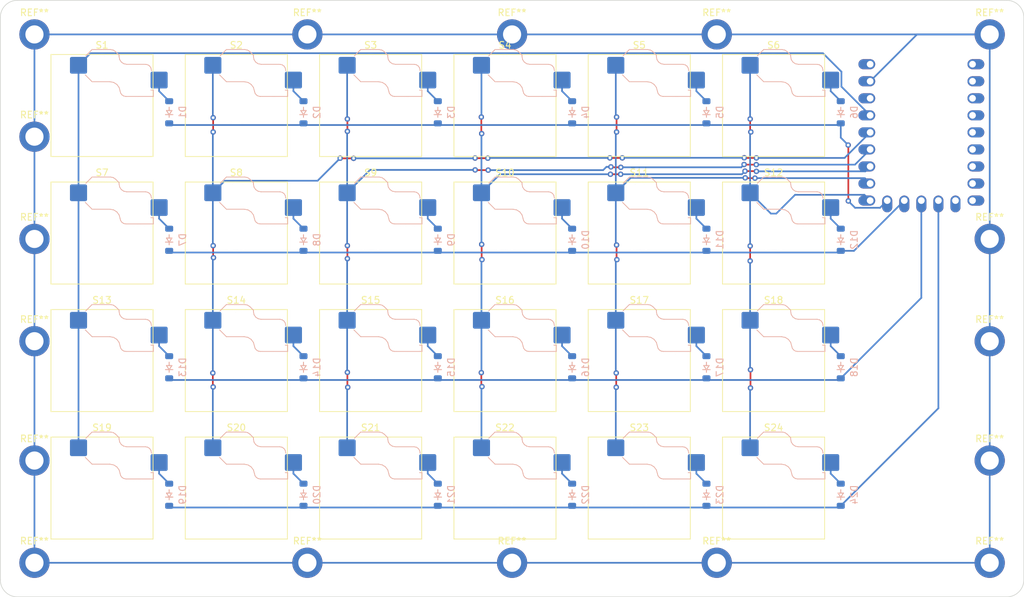
<source format=kicad_pcb>
(kicad_pcb (version 20221018) (generator pcbnew)
  (layers (0 "F.Cu" signal) (31 "B.Cu" signal) (34 "B.Paste" user) (35 "F.Paste" user) (36 "B.SilkS" user "B.Silkscreen") (37 "F.SilkS" user "F.Silkscreen") (38 "B.Mask" user) (39 "F.Mask" user) (44 "Edge.Cuts" user))
  (net 0 "")
  (net 1 "Row 0")
  (net 2 "Net-(D1-A)")
  (net 3 "Net-(D2-A)")
  (net 4 "Net-(D3-A)")
  (net 5 "Net-(D4-A)")
  (net 6 "Net-(D5-A)")
  (net 7 "Net-(D6-A)")
  (net 8 "Row 1")
  (net 9 "Net-(D7-A)")
  (net 10 "Net-(D8-A)")
  (net 11 "Net-(D9-A)")
  (net 12 "Net-(D10-A)")
  (net 13 "Net-(D11-A)")
  (net 14 "Net-(D12-A)")
  (net 15 "Row 2")
  (net 16 "Net-(D13-A)")
  (net 17 "Net-(D14-A)")
  (net 18 "Net-(D15-A)")
  (net 19 "Net-(D16-A)")
  (net 20 "Net-(D17-A)")
  (net 21 "Net-(D18-A)")
  (net 22 "Row 3")
  (net 23 "Net-(D19-A)")
  (net 24 "Net-(D20-A)")
  (net 25 "Net-(D21-A)")
  (net 26 "Net-(D22-A)")
  (net 27 "Net-(D23-A)")
  (net 28 "Net-(D24-A)")
  (net 29 "Column 0")
  (net 30 "Column 1")
  (net 31 "Column 2")
  (net 32 "Column 3")
  (net 33 "Column 4")
  (net 34 "Column 5")
  (net 46 "unconnected-(U2-GND-Pad22)")
  (footprint "MountingHole:MountingHole_2.7mm_M2.5_ISO7380_Pad" (layer "F.Cu") (at 129.54 104.14)
    (fp_text reference "REF**")
    (fp_text value "M2.5" hide)
  )
  (footprint "MountingHole:MountingHole_2.7mm_M2.5_ISO7380_Pad" (layer "F.Cu") (at 68.58 25.4)
    (fp_text reference "REF**")
    (fp_text value "M2.5" hide)
  )
  (footprint "MountingHole:MountingHole_2.7mm_M2.5_ISO7380_Pad" (layer "F.Cu") (at 170.18 104.14)
    (fp_text reference "REF**")
    (fp_text value "M2.5" hide)
  )
  (footprint "Switch_Keyboard_Hotswap_Kailh:SW_Hotswap_Kailh_Choc_V1V2" (layer "F.Cu") (at 138 93)
    (fp_text reference "S24")
    (fp_text value "Keyswitch")
  )
  (footprint "Switch_Keyboard_Hotswap_Kailh:SW_Hotswap_Kailh_Choc_V1V2" (layer "F.Cu") (at 78 36)
    (fp_text reference "S3")
    (fp_text value "Keyswitch")
  )
  (footprint "ScottoKeebs_MCU:RP2040_Zero" (layer "F.Cu") (at 160 40)
    (fp_text reference "U2" hide)
    (fp_text value "RP2040_Zero" hide)
  )
  (footprint "MountingHole:MountingHole_2.7mm_M2.5_ISO7380_Pad" (layer "F.Cu") (at 27.94 25.4)
    (fp_text reference "REF**")
    (fp_text value "M2.5" hide)
  )
  (footprint "Switch_Keyboard_Hotswap_Kailh:SW_Hotswap_Kailh_Choc_V1V2" (layer "F.Cu") (at 98 55)
    (fp_text reference "S10")
    (fp_text value "Keyswitch")
  )
  (footprint "Switch_Keyboard_Hotswap_Kailh:SW_Hotswap_Kailh_Choc_V1V2" (layer "F.Cu") (at 38 74)
    (fp_text reference "S13")
    (fp_text value "Keyswitch")
  )
  (footprint "MountingHole:MountingHole_2.7mm_M2.5_ISO7380_Pad" (layer "F.Cu") (at 27.94 71.12)
    (fp_text reference "REF**")
    (fp_text value "M2.5" hide)
  )
  (footprint "Switch_Keyboard_Hotswap_Kailh:SW_Hotswap_Kailh_Choc_V1V2" (layer "F.Cu") (at 58 93)
    (fp_text reference "S20")
    (fp_text value "Keyswitch")
  )
  (footprint "Switch_Keyboard_Hotswap_Kailh:SW_Hotswap_Kailh_Choc_V1V2" (layer "F.Cu") (at 118 36)
    (fp_text reference "S5")
    (fp_text value "Keyswitch")
  )
  (footprint "Switch_Keyboard_Hotswap_Kailh:SW_Hotswap_Kailh_Choc_V1V2" (layer "F.Cu") (at 78 74)
    (fp_text reference "S15")
    (fp_text value "Keyswitch")
  )
  (footprint "Switch_Keyboard_Hotswap_Kailh:SW_Hotswap_Kailh_Choc_V1V2" (layer "F.Cu") (at 38 93)
    (fp_text reference "S19")
    (fp_text value "Keyswitch")
  )
  (footprint "MountingHole:MountingHole_2.7mm_M2.5_ISO7380_Pad" (layer "F.Cu") (at 27.94 55.88)
    (fp_text reference "REF**")
    (fp_text value "M2.5" hide)
  )
  (footprint "MountingHole:MountingHole_2.7mm_M2.5_ISO7380_Pad" (layer "F.Cu") (at 27.94 88.9)
    (fp_text reference "REF**")
    (fp_text value "M2.5" hide)
  )
  (footprint "Switch_Keyboard_Hotswap_Kailh:SW_Hotswap_Kailh_Choc_V1V2" (layer "F.Cu") (at 58 74)
    (fp_text reference "S14")
    (fp_text value "Keyswitch")
  )
  (footprint "Switch_Keyboard_Hotswap_Kailh:SW_Hotswap_Kailh_Choc_V1V2" (layer "F.Cu") (at 118 93)
    (fp_text reference "S23")
    (fp_text value "Keyswitch")
  )
  (footprint "MountingHole:MountingHole_2.7mm_M2.5_ISO7380_Pad" (layer "F.Cu") (at 27.94 104.14)
    (fp_text reference "REF**")
    (fp_text value "M2.5" hide)
  )
  (footprint "MountingHole:MountingHole_2.7mm_M2.5_ISO7380_Pad" (layer "F.Cu") (at 170.18 55.88)
    (fp_text reference "REF**")
    (fp_text value "M2.5" hide)
  )
  (footprint "Switch_Keyboard_Hotswap_Kailh:SW_Hotswap_Kailh_Choc_V1V2" (layer "F.Cu") (at 138 36)
    (fp_text reference "S6")
    (fp_text value "Keyswitch")
  )
  (footprint "MountingHole:MountingHole_2.7mm_M2.5_ISO7380_Pad" (layer "F.Cu") (at 170.18 71.12)
    (fp_text reference "REF**")
    (fp_text value "M2.5" hide)
  )
  (footprint "MountingHole:MountingHole_2.7mm_M2.5_ISO7380_Pad" (layer "F.Cu") (at 129.54 25.4)
    (fp_text reference "REF**")
    (fp_text value "M2.5" hide)
  )
  (footprint "Switch_Keyboard_Hotswap_Kailh:SW_Hotswap_Kailh_Choc_V1V2" (layer "F.Cu") (at 78 93)
    (fp_text reference "S21")
    (fp_text value "Keyswitch")
  )
  (footprint "MountingHole:MountingHole_2.7mm_M2.5_ISO7380_Pad" (layer "F.Cu") (at 99.06 25.4)
    (fp_text reference "REF**")
    (fp_text value "M2.5" hide)
  )
  (footprint "Switch_Keyboard_Hotswap_Kailh:SW_Hotswap_Kailh_Choc_V1V2" (layer "F.Cu") (at 38 55)
    (fp_text reference "S7")
    (fp_text value "Keyswitch")
  )
  (footprint "Switch_Keyboard_Hotswap_Kailh:SW_Hotswap_Kailh_Choc_V1V2" (layer "F.Cu") (at 118 74)
    (fp_text reference "S17")
    (fp_text value "Keyswitch")
  )
  (footprint "Switch_Keyboard_Hotswap_Kailh:SW_Hotswap_Kailh_Choc_V1V2" (layer "F.Cu") (at 98 36)
    (fp_text reference "S4")
    (fp_text value "Keyswitch")
  )
  (footprint "Switch_Keyboard_Hotswap_Kailh:SW_Hotswap_Kailh_Choc_V1V2" (layer "F.Cu") (at 98 74)
    (fp_text reference "S16")
    (fp_text value "Keyswitch")
  )
  (footprint "MountingHole:MountingHole_2.7mm_M2.5_ISO7380_Pad" (layer "F.Cu") (at 170.18 25.4)
    (fp_text reference "REF**")
    (fp_text value "M2.5" hide)
  )
  (footprint "Switch_Keyboard_Hotswap_Kailh:SW_Hotswap_Kailh_Choc_V1V2" (layer "F.Cu") (at 118 55)
    (fp_text reference "S11")
    (fp_text value "Keyswitch")
  )
  (footprint "MountingHole:MountingHole_2.7mm_M2.5_ISO7380_Pad" (layer "F.Cu") (at 27.94 40.64)
    (fp_text reference "REF**")
    (fp_text value "M2.5" hide)
  )
  (footprint "Switch_Keyboard_Hotswap_Kailh:SW_Hotswap_Kailh_Choc_V1V2" (layer "F.Cu") (at 138 74)
    (fp_text reference "S18")
    (fp_text value "Keyswitch")
  )
  (footprint "Switch_Keyboard_Hotswap_Kailh:SW_Hotswap_Kailh_Choc_V1V2" (layer "F.Cu") (at 78 55)
    (fp_text reference "S9")
    (fp_text value "Keyswitch")
  )
  (footprint "Switch_Keyboard_Hotswap_Kailh:SW_Hotswap_Kailh_Choc_V1V2" (layer "F.Cu") (at 138 55)
    (fp_text reference "S12")
    (fp_text value "Keyswitch")
  )
  (footprint "MountingHole:MountingHole_2.7mm_M2.5_ISO7380_Pad" (layer "F.Cu") (at 170.18 88.9)
    (fp_text reference "REF**")
    (fp_text value "M2.5" hide)
  )
  (footprint "Switch_Keyboard_Hotswap_Kailh:SW_Hotswap_Kailh_Choc_V1V2" (layer "F.Cu") (at 58 55)
    (fp_text reference "S8")
    (fp_text value "Keyswitch")
  )
  (footprint "Switch_Keyboard_Hotswap_Kailh:SW_Hotswap_Kailh_Choc_V1V2" (layer "F.Cu") (at 38 36)
    (fp_text reference "S1")
    (fp_text value "Keyswitch")
  )
  (footprint "MountingHole:MountingHole_2.7mm_M2.5_ISO7380_Pad" (layer "F.Cu") (at 68.58 104.14)
    (fp_text reference "REF**")
    (fp_text value "M2.5" hide)
  )
  (footprint "Switch_Keyboard_Hotswap_Kailh:SW_Hotswap_Kailh_Choc_V1V2" (layer "F.Cu") (at 58 36)
    (fp_text reference "S2")
    (fp_text value "Keyswitch")
  )
  (footprint "Switch_Keyboard_Hotswap_Kailh:SW_Hotswap_Kailh_Choc_V1V2" (layer "F.Cu") (at 98 93)
    (fp_text reference "S22")
    (fp_text value "Keyswitch")
  )
  (footprint "MountingHole:MountingHole_2.7mm_M2.5_ISO7380_Pad" (layer "F.Cu") (at 99.06 104.14)
    (fp_text reference "REF**")
    (fp_text value "M2.5" hide)
  )
  (footprint "ScottoKeebs_Components:Diode_SOD-123" (layer "B.Cu") (at 108 75 90)
    (fp_text reference "D16")
    (fp_text value "Diode")
  )
  (footprint "ScottoKeebs_Components:Diode_SOD-123" (layer "B.Cu") (at 68 37 90)
    (fp_text reference "D2")
    (fp_text value "Diode")
  )
  (footprint "ScottoKeebs_Components:Diode_SOD-123" (layer "B.Cu") (at 48 75 90)
    (fp_text reference "D13")
    (fp_text value "Diode")
  )
  (footprint "ScottoKeebs_Components:Diode_SOD-123" (layer "B.Cu") (at 88 37 90)
    (fp_text reference "D3")
    (fp_text value "Diode")
  )
  (footprint "ScottoKeebs_Components:Diode_SOD-123" (layer "B.Cu") (at 148 75 90)
    (fp_text reference "D18")
    (fp_text value "Diode")
  )
  (footprint "ScottoKeebs_Components:Diode_SOD-123" (layer "B.Cu") (at 108 37 90)
    (fp_text reference "D4")
    (fp_text value "Diode")
  )
  (footprint "ScottoKeebs_Components:Diode_SOD-123" (layer "B.Cu") (at 68 56 90)
    (fp_text reference "D8")
    (fp_text value "Diode")
  )
  (footprint "ScottoKeebs_Components:Diode_SOD-123" (layer "B.Cu") (at 148 56 90)
    (fp_text reference "D12")
    (fp_text value "Diode")
  )
  (footprint "ScottoKeebs_Components:Diode_SOD-123" (layer "B.Cu") (at 68 75 90)
    (fp_text reference "D14")
    (fp_text value "Diode")
  )
  (footprint "ScottoKeebs_Components:Diode_SOD-123" (layer "B.Cu") (at 108 94 90)
    (fp_text reference "D22")
    (fp_text value "Diode")
  )
  (footprint "ScottoKeebs_Components:Diode_SOD-123" (layer "B.Cu") (at 128 56 90)
    (fp_text reference "D11")
    (fp_text value "Diode")
  )
  (footprint "ScottoKeebs_Components:Diode_SOD-123" (layer "B.Cu") (at 128 37 90)
    (fp_text reference "D5")
    (fp_text value "Diode")
  )
  (footprint "ScottoKeebs_Components:Diode_SOD-123" (layer "B.Cu") (at 148 37 90)
    (fp_text reference "D6")
    (fp_text value "Diode")
  )
  (footprint "ScottoKeebs_Components:Diode_SOD-123" (layer "B.Cu") (at 88 94 90)
    (fp_text reference "D21")
    (fp_text value "Diode")
  )
  (footprint "ScottoKeebs_Components:Diode_SOD-123" (layer "B.Cu") (at 128 94 90)
    (fp_text reference "D23")
    (fp_text value "Diode")
  )
  (footprint "ScottoKeebs_Components:Diode_SOD-123" (layer "B.Cu") (at 108 56 90)
    (fp_text reference "D10")
    (fp_text value "Diode")
  )
  (footprint "ScottoKeebs_Components:Diode_SOD-123" (layer "B.Cu") (at 88 56 90)
    (fp_text reference "D9")
    (fp_text value "Diode")
  )
  (footprint "ScottoKeebs_Components:Diode_SOD-123" (layer "B.Cu") (at 48 37 90)
    (fp_text reference "D1")
    (fp_text value "Diode")
  )
  (footprint "ScottoKeebs_Components:Diode_SOD-123" (layer "B.Cu") (at 48 56 90)
    (fp_text reference "D7")
    (fp_text value "Diode")
  )
  (footprint "ScottoKeebs_Components:Diode_SOD-123" (layer "B.Cu") (at 68 94 90)
    (fp_text reference "D20")
    (fp_text value "Diode")
  )
  (footprint "ScottoKeebs_Components:Diode_SOD-123" (layer "B.Cu") (at 88 75 90)
    (fp_text reference "D15")
    (fp_text value "Diode")
  )
  (footprint "ScottoKeebs_Components:Diode_SOD-123" (layer "B.Cu") (at 48 94 90)
    (fp_text reference "D19")
    (fp_text value "Diode")
  )
  (footprint "ScottoKeebs_Components:Diode_SOD-123" (layer "B.Cu") (at 148 94 90)
    (fp_text reference "D24")
    (fp_text value "Diode")
  )
  (footprint "ScottoKeebs_Components:Diode_SOD-123" (layer "B.Cu") (at 128 75 90)
    (fp_text reference "D17")
    (fp_text value "Diode")
  )
  (gr_line (start 25.4 20.32) (end 172.72 20.32) (stroke (width 0.1)) (layer "Edge.Cuts"))
  (gr_arc (start 25.4 109.22) (mid 23.603949 108.476051) (end 22.86 106.68) (stroke (width 0.1)) (layer "Edge.Cuts"))
  (gr_arc (start 172.72 20.32) (mid 174.516051 21.063949) (end 175.26 22.86) (stroke (width 0.1)) (layer "Edge.Cuts"))
  (gr_line (start 172.72 109.22) (end 25.4 109.22) (stroke (width 0.1)) (layer "Edge.Cuts"))
  (gr_arc (start 175.26 106.68) (mid 174.516051 108.476051) (end 172.72 109.22) (stroke (width 0.1)) (layer "Edge.Cuts"))
  (gr_line (start 175.26 22.86) (end 175.26 106.68) (stroke (width 0.1)) (layer "Edge.Cuts"))
  (gr_arc (start 22.86 22.86) (mid 23.603949 21.063949) (end 25.4 20.32) (stroke (width 0.1)) (layer "Edge.Cuts"))
  (gr_line (start 22.86 106.68) (end 22.86 22.86) (stroke (width 0.1)) (layer "Edge.Cuts"))
  (segment (start 149.128564 50.21469) (end 149.128564 41.910744) (width 0.25) (layer "F.Cu") (net 1))
  (segment (start 149.128564 41.910744) (end 149.107051 41.889231) (width 0.25) (layer "F.Cu") (net 1))
  (via (at 149.128564 50.21469) (size 0.8) (drill 0.4) (layers "F.Cu" "B.Cu") (net 1))
  (via (at 149.107051 41.889231) (size 0.8) (drill 0.4) (layers "F.Cu" "B.Cu") (net 1))
  (segment (start 153.845 51.235) (end 150.127361 51.235) (width 0.25) (layer "B.Cu") (net 1))
  (segment (start 128.25 38.9) (end 147.75 38.9) (width 0.25) (layer "B.Cu") (net 1))
  (segment (start 48 38.65) (end 48.25 38.9) (width 0.25) (layer "B.Cu") (net 1))
  (segment (start 107.75 38.9) (end 108 38.65) (width 0.25) (layer "B.Cu") (net 1))
  (segment (start 149.128564 50.236203) (end 149.128564 50.21469) (width 0.25) (layer "B.Cu") (net 1))
  (segment (start 67.75 38.9) (end 68 38.65) (width 0.25) (layer "B.Cu") (net 1))
  (segment (start 88.25 38.9) (end 107.75 38.9) (width 0.25) (layer "B.Cu") (net 1))
  (segment (start 154.92 50.16) (end 153.845 51.235) (width 0.25) (layer "B.Cu") (net 1))
  (segment (start 68 38.65) (end 68.25 38.9) (width 0.25) (layer "B.Cu") (net 1))
  (segment (start 147.75 38.9) (end 148 38.65) (width 0.25) (layer "B.Cu") (net 1))
  (segment (start 127.75 38.9) (end 128 38.65) (width 0.25) (layer "B.Cu") (net 1))
  (segment (start 108.25 38.9) (end 127.75 38.9) (width 0.25) (layer "B.Cu") (net 1))
  (segment (start 87.75 38.9) (end 88 38.65) (width 0.25) (layer "B.Cu") (net 1))
  (segment (start 149.107051 41.889231) (end 148 40.78218) (width 0.25) (layer "B.Cu") (net 1))
  (segment (start 48.25 38.9) (end 67.75 38.9) (width 0.25) (layer "B.Cu") (net 1))
  (segment (start 148 40.78218) (end 148 38.65) (width 0.25) (layer "B.Cu") (net 1))
  (segment (start 150.127361 51.235) (end 149.128564 50.236203) (width 0.25) (layer "B.Cu") (net 1))
  (segment (start 68.25 38.9) (end 87.75 38.9) (width 0.25) (layer "B.Cu") (net 1))
  (segment (start 128 38.65) (end 128.25 38.9) (width 0.25) (layer "B.Cu") (net 1))
  (segment (start 88 38.65) (end 88.25 38.9) (width 0.25) (layer "B.Cu") (net 1))
  (segment (start 108 38.65) (end 108.25 38.9) (width 0.25) (layer "B.Cu") (net 1))
  (segment (start 46.5 32.2) (end 46.5 33.85) (width 0.25) (layer "B.Cu") (net 2))
  (segment (start 46.5 33.85) (end 48 35.35) (width 0.25) (layer "B.Cu") (net 2))
  (segment (start 66.5 33.85) (end 68 35.35) (width 0.25) (layer "B.Cu") (net 3))
  (segment (start 66.5 32.2) (end 66.5 33.85) (width 0.25) (layer "B.Cu") (net 3))
  (segment (start 86.5 33.85) (end 88 35.35) (width 0.25) (layer "B.Cu") (net 4))
  (segment (start 86.5 32.2) (end 86.5 33.85) (width 0.25) (layer "B.Cu") (net 4))
  (segment (start 106.5 32.2) (end 106.5 33.85) (width 0.25) (layer "B.Cu") (net 5))
  (segment (start 106.5 33.85) (end 108 35.35) (width 0.25) (layer "B.Cu") (net 5))
  (segment (start 126.5 32.2) (end 126.5 33.85) (width 0.25) (layer "B.Cu") (net 6))
  (segment (start 126.5 33.85) (end 128 35.35) (width 0.25) (layer "B.Cu") (net 6))
  (segment (start 146.5 33.85) (end 148 35.35) (width 0.25) (layer "B.Cu") (net 7))
  (segment (start 146.5 32.2) (end 146.5 33.85) (width 0.25) (layer "B.Cu") (net 7))
  (segment (start 128.25 57.9) (end 147.75 57.9) (width 0.25) (layer "B.Cu") (net 8))
  (segment (start 157.46 50.16) (end 149.97 57.65) (width 0.25) (layer "B.Cu") (net 8))
  (segment (start 107.75 57.9) (end 108 57.65) (width 0.25) (layer "B.Cu") (net 8))
  (segment (start 48 57.65) (end 48.25 57.9) (width 0.25) (layer "B.Cu") (net 8))
  (segment (start 108.25 57.9) (end 127.75 57.9) (width 0.25) (layer "B.Cu") (net 8))
  (segment (start 68 57.65) (end 68.25 57.9) (width 0.25) (layer "B.Cu") (net 8))
  (segment (start 67.75 57.9) (end 68 57.65) (width 0.25) (layer "B.Cu") (net 8))
  (segment (start 127.75 57.9) (end 128 57.65) (width 0.25) (layer "B.Cu") (net 8))
  (segment (start 128 57.65) (end 128.25 57.9) (width 0.25) (layer "B.Cu") (net 8))
  (segment (start 88.25 57.9) (end 107.75 57.9) (width 0.25) (layer "B.Cu") (net 8))
  (segment (start 147.75 57.9) (end 148 57.65) (width 0.25) (layer "B.Cu") (net 8))
  (segment (start 87.75 57.9) (end 88 57.65) (width 0.25) (layer "B.Cu") (net 8))
  (segment (start 149.97 57.65) (end 148 57.65) (width 0.25) (layer "B.Cu") (net 8))
  (segment (start 108 57.65) (end 108.25 57.9) (width 0.25) (layer "B.Cu") (net 8))
  (segment (start 68.25 57.9) (end 87.75 57.9) (width 0.25) (layer "B.Cu") (net 8))
  (segment (start 48.25 57.9) (end 67.75 57.9) (width 0.25) (layer "B.Cu") (net 8))
  (segment (start 88 57.65) (end 88.25 57.9) (width 0.25) (layer "B.Cu") (net 8))
  (segment (start 46.5 52.85) (end 48 54.35) (width 0.25) (layer "B.Cu") (net 9))
  (segment (start 46.5 51.2) (end 46.5 52.85) (width 0.25) (layer "B.Cu") (net 9))
  (segment (start 66.5 51.2) (end 66.5 52.85) (width 0.25) (layer "B.Cu") (net 10))
  (segment (start 66.5 52.85) (end 68 54.35) (width 0.25) (layer "B.Cu") (net 10))
  (segment (start 86.5 51.2) (end 86.5 52.85) (width 0.25) (layer "B.Cu") (net 11))
  (segment (start 86.5 52.85) (end 88 54.35) (width 0.25) (layer "B.Cu") (net 11))
  (segment (start 106.5 51.2) (end 106.5 52.85) (width 0.25) (layer "B.Cu") (net 12))
  (segment (start 106.5 52.85) (end 108 54.35) (width 0.25) (layer "B.Cu") (net 12))
  (segment (start 126.5 52.85) (end 128 54.35) (width 0.25) (layer "B.Cu") (net 13))
  (segment (start 126.5 51.2) (end 126.5 52.85) (width 0.25) (layer "B.Cu") (net 13))
  (segment (start 146.5 52.85) (end 148 54.35) (width 0.25) (layer "B.Cu") (net 14))
  (segment (start 146.5 51.2) (end 146.5 52.85) (width 0.25) (layer "B.Cu") (net 14))
  (segment (start 88 76.65) (end 88.25 76.9) (width 0.25) (layer "B.Cu") (net 15))
  (segment (start 160 50.16) (end 160 64.65) (width 0.25) (layer "B.Cu") (net 15))
  (segment (start 68.25 76.9) (end 87.75 76.9) (width 0.25) (layer "B.Cu") (net 15))
  (segment (start 48 76.65) (end 48.25 76.9) (width 0.25) (layer "B.Cu") (net 15))
  (segment (start 108 76.65) (end 108.25 76.9) (width 0.25) (layer "B.Cu") (net 15))
  (segment (start 88.25 76.9) (end 107.75 76.9) (width 0.25) (layer "B.Cu") (net 15))
  (segment (start 107.75 76.9) (end 108 76.65) (width 0.25) (layer "B.Cu") (net 15))
  (segment (start 87.75 76.9) (end 88 76.65) (width 0.25) (layer "B.Cu") (net 15))
  (segment (start 67.75 76.9) (end 68 76.65) (width 0.25) (layer "B.Cu") (net 15))
  (segment (start 128.25 76.9) (end 147.75 76.9) (width 0.25) (layer "B.Cu") (net 15))
  (segment (start 147.75 76.9) (end 148 76.65) (width 0.25) (layer "B.Cu") (net 15))
  (segment (start 68 76.65) (end 68.25 76.9) (width 0.25) (layer "B.Cu") (net 15))
  (segment (start 128 76.65) (end 128.25 76.9) (width 0.25) (layer "B.Cu") (net 15))
  (segment (start 108.25 76.9) (end 127.75 76.9) (width 0.25) (layer "B.Cu") (net 15))
  (segment (start 160 64.65) (end 148 76.65) (width 0.25) (layer "B.Cu") (net 15))
  (segment (start 127.75 76.9) (end 128 76.65) (width 0.25) (layer "B.Cu") (net 15))
  (segment (start 48.25 76.9) (end 67.75 76.9) (width 0.25) (layer "B.Cu") (net 15))
  (segment (start 46.5 71.85) (end 48 73.35) (width 0.25) (layer "B.Cu") (net 16))
  (segment (start 46.5 70.2) (end 46.5 71.85) (width 0.25) (layer "B.Cu") (net 16))
  (segment (start 66.5 70.2) (end 66.5 71.85) (width 0.25) (layer "B.Cu") (net 17))
  (segment (start 66.5 71.85) (end 68 73.35) (width 0.25) (layer "B.Cu") (net 17))
  (segment (start 86.5 71.85) (end 88 73.35) (width 0.25) (layer "B.Cu") (net 18))
  (segment (start 86.5 70.2) (end 86.5 71.85) (width 0.25) (layer "B.Cu") (net 18))
  (segment (start 106.5 71.85) (end 108 73.35) (width 0.25) (layer "B.Cu") (net 19))
  (segment (start 106.5 70.2) (end 106.5 71.85) (width 0.25) (layer "B.Cu") (net 19))
  (segment (start 126.5 71.85) (end 128 73.35) (width 0.25) (layer "B.Cu") (net 20))
  (segment (start 126.5 70.2) (end 126.5 71.85) (width 0.25) (layer "B.Cu") (net 20))
  (segment (start 146.5 71.85) (end 148 73.35) (width 0.25) (layer "B.Cu") (net 21))
  (segment (start 146.5 70.2) (end 146.5 71.85) (width 0.25) (layer "B.Cu") (net 21))
  (segment (start 107.75 95.9) (end 108 95.65) (width 0.25) (layer "B.Cu") (net 22))
  (segment (start 68 95.65) (end 68.25 95.9) (width 0.25) (layer "B.Cu") (net 22))
  (segment (start 88 95.65) (end 88.25 95.9) (width 0.25) (layer "B.Cu") (net 22))
  (segment (start 88.25 95.9) (end 107.75 95.9) (width 0.25) (layer "B.Cu") (net 22))
  (segment (start 48.25 95.9) (end 67.75 95.9) (width 0.25) (layer "B.Cu") (net 22))
  (segment (start 147.75 95.9) (end 148 95.65) (width 0.25) (layer "B.Cu") (net 22))
  (segment (start 127.75 95.9) (end 128 95.65) (width 0.25) (layer "B.Cu") (net 22))
  (segment (start 48 95.65) (end 48.25 95.9) (width 0.25) (layer "B.Cu") (net 22))
  (segment (start 108.25 95.9) (end 127.75 95.9) (width 0.25) (layer "B.Cu") (net 22))
  (segment (start 162.54 50.16) (end 162.54 81.11) (width 0.25) (layer "B.Cu") (net 22))
  (segment (start 162.54 81.11) (end 148 95.65) (width 0.25) (layer "B.Cu") (net 22))
  (segment (start 67.75 95.9) (end 68 95.65) (width 0.25) (layer "B.Cu") (net 22))
  (segment (start 128.25 95.9) (end 147.75 95.9) (width 0.25) (layer "B.Cu") (net 22))
  (segment (start 108 95.65) (end 108.25 95.9) (width 0.25) (layer "B.Cu") (net 22))
  (segment (start 128 95.65) (end 128.25 95.9) (width 0.25) (layer "B.Cu") (net 22))
  (segment (start 87.75 95.9) (end 88 95.65) (width 0.25) (layer "B.Cu") (net 22))
  (segment (start 68.25 95.9) (end 87.75 95.9) (width 0.25) (layer "B.Cu") (net 22))
  (segment (start 46.5 89.2) (end 46.5 90.85) (width 0.25) (layer "B.Cu") (net 23))
  (segment (start 46.5 90.85) (end 48 92.35) (width 0.25) (layer "B.Cu") (net 23))
  (segment (start 66.5 90.85) (end 68 92.35) (width 0.25) (layer "B.Cu") (net 24))
  (segment (start 66.5 89.2) (end 66.5 90.85) (width 0.25) (layer "B.Cu") (net 24))
  (segment (start 86.5 89.2) (end 86.5 90.85) (width 0.25) (layer "B.Cu") (net 25))
  (segment (start 86.5 90.85) (end 88 92.35) (width 0.25) (layer "B.Cu") (net 25))
  (segment (start 106.5 90.85) (end 108 92.35) (width 0.25) (layer "B.Cu") (net 26))
  (segment (start 106.5 89.2) (end 106.5 90.85) (width 0.25) (layer "B.Cu") (net 26))
  (segment (start 126.5 89.2) (end 126.5 90.85) (width 0.25) (layer "B.Cu") (net 27))
  (segment (start 126.5 90.85) (end 128 92.35) (width 0.25) (layer "B.Cu") (net 27))
  (segment (start 146.5 90.85) (end 148 92.35) (width 0.25) (layer "B.Cu") (net 28))
  (segment (start 146.5 89.2) (end 146.5 90.85) (width 0.25) (layer "B.Cu") (net 28))
  (segment (start 152.38 37.46) (end 148.1 33.18) (width 0.25) (layer "B.Cu") (net 29))
  (segment (start 34.5 68) (end 34.5 87) (width 0.25) (layer "B.Cu") (net 29))
  (segment (start 36.3 28.2) (end 34.5 30) (width 0.25) (layer "B.Cu") (net 29))
  (segment (start 34.5 49) (end 34.5 68) (width 0.25) (layer "B.Cu") (net 29))
  (segment (start 148.1 33.18) (end 148.1 30.9549) (width 0.25) (layer "B.Cu") (net 29))
  (segment (start 145.3451 28.2) (end 36.3 28.2) (width 0.25) (layer "B.Cu") (net 29))
  (segment (start 34.5 30) (end 34.5 49) (width 0.25) (layer "B.Cu") (net 29))
  (segment (start 148.1 30.9549) (end 145.3451 28.2) (width 0.25) (layer "B.Cu") (net 29))
  (segment (start 93.573551 43.846897) (end 93.552038 43.825384) (width 0.25) (layer "F.Cu") (net 30))
  (segment (start 133.653008 43.805138) (end 133.631488 43.783618) (width 0.25) (layer "F.Cu") (net 30))
  (segment (start 54.547693 58.623224) (end 54.596097 58.671628) (width 0.25) (layer "F.Cu") (net 30))
  (segment (start 95.445166 43.846897) (end 93.573551 43.846897) (width 0.25) (layer "F.Cu") (net 30))
  (segment (start 54.547693 56.880686) (end 54.547693 58.623224) (width 0.25) (layer "F.Cu") (net 30))
  (segment (start 54.499289 75.854987) (end 54.499289 77.887948) (width 0.25) (layer "F.Cu") (net 30))
  (segment (start 115.473595 43.803871) (end 113.623493 43.803871) (width 0.25) (layer "F.Cu") (net 30))
  (segment (start 73.480583 43.86841) (end 73.45907 43.846897) (width 0.25) (layer "F.Cu") (net 30))
  (segment (start 135.4399 43.805138) (end 133.653008 43.805138) (width 0.25) (layer "F.Cu") (net 30))
  (segment (start 54.499289 77.887948) (end 54.547693 77.936352) (width 0.25) (layer "F.Cu") (net 30))
  (segment (start 54.547693 37.809577) (end 54.547693 39.939345) (width 0.25) (layer "F.Cu") (net 30))
  (segment (start 75.459762 43.86841) (end 73.480583 43.86841) (width 0.25) (layer "F.Cu") (net 30))
  (via (at 54.499289 75.854987) (size 0.8) (drill 0.4) (layers "F.Cu" "B.Cu") (net 30))
  (via (at 54.547693 56.880686) (size 0.8) (drill 0.4) (layers "F.Cu" "B.Cu") (net 30))
  (via (at 75.459762 43.86841) (size 0.8) (drill 0.4) (layers "F.Cu" "B.Cu") (net 30))
  (via (at 54.547693 77.936352) (size 0.8) (drill 0.4) (layers "F.Cu" "B.Cu") (net 30))
  (via (at 93.552038 43.825384) (size 0.8) (drill 0.4) (layers "F.Cu" "B.Cu") (net 30))
  (via (at 135.4399 43.805138) (size 0.8) (drill 0.4) (layers "F.Cu" "B.Cu") (net 30))
  (via (at 95.445166 43.846897) (size 0.8) (drill 0.4) (layers "F.Cu" "B.Cu") (net 30))
  (via (at 133.631488 43.783618) (size 0.8) (drill 0.4) (layers "F.Cu" "B.Cu") (net 30))
  (via (at 115.473595 43.803871) (size 0.8) (drill 0.4) (layers "F.Cu" "B.Cu") (net 30))
  (via (at 113.623493 43.803871) (size 0.8) (drill 0.4) (layers "F.Cu" "B.Cu") (net 30))
  (via (at 73.45907 43.846897) (size 0.8) (drill 0.4) (layers "F.Cu" "B.Cu") (net 30))
  (via (at 54.547693 39.939345) (size 0.8) (drill 0.4) (layers "F.Cu" "B.Cu") (net 30))
  (via (at 54.596097 58.671628) (size 0.8) (drill 0.4) (layers "F.Cu" "B.Cu") (net 30))
  (via (at 54.547693 37.809577) (size 0.8) (drill 0.4) (layers "F.Cu" "B.Cu") (net 30))
  (segment (start 56.3 47.2) (end 54.5 49) (width 0.25) (layer "B.Cu") (net 30))
  (segment (start 54.5 56.832993) (end 54.547693 56.880686) (width 0.25) (layer "B.Cu") (net 30))
  (segment (start 54.5 49) (end 54.5 56.832993) (width 0.25) (layer "B.Cu") (net 30))
  (segment (start 133.631488 43.783618) (end 115.493848 43.783618) (width 0.25) (layer "B.Cu") (net 30))
  (segment (start 54.5 58.767725) (end 54.5 68) (width 0.25) (layer "B.Cu") (net 30))
  (segment (start 93.509012 43.86841) (end 75.459762 43.86841) (width 0.25) (layer "B.Cu") (net 30))
  (segment (start 54.547693 77.936352) (end 54.5 77.984045) (width 0.25) (layer "B.Cu") (net 30))
  (segment (start 115.493848 43.783618) (end 115.473595 43.803871) (width 0.25) (layer "B.Cu") (net 30))
  (segment (start 113.623493 43.803871) (end 95.488192 43.803871) (width 0.25) (layer "B.Cu") (net 30))
  (segment (start 54.5 30) (end 54.5 37.761884) (width 0.25) (layer "B.Cu") (net 30))
  (segment (start 54.5 68) (end 54.5 75.854276) (width 0.25) (layer "B.Cu") (net 30))
  (segment (start 95.488192 43.803871) (end 95.445166 43.846897) (width 0.25) (layer "B.Cu") (net 30))
  (segment (start 73.45907 43.846897) (end 70.105967 47.2) (width 0.25) (layer "B.Cu") (net 30))
  (segment (start 148.574862 43.805138) (end 135.4399 43.805138) (width 0.25) (layer "B.Cu") (net 30))
  (segment (start 54.5 75.854276) (end 54.499289 75.854987) (width 0.25) (layer "B.Cu") (net 30))
  (segment (start 54.547693 39.939345) (end 54.5 39.987038) (width 0.25) (layer "B.Cu") (net 30))
  (segment (start 54.5 37.761884) (end 54.547693 37.809577) (width 0.25) (layer "B.Cu") (net 30))
  (segment (start 152.38 40) (end 148.574862 43.805138) (width 0.25) (layer "B.Cu") (net 30))
  (segment (start 54.5 77.984045) (end 54.5 87) (width 0.25) (layer "B.Cu") (net 30))
  (segment (start 93.552038 43.825384) (end 93.509012 43.86841) (width 0.25) (layer "B.Cu") (net 30))
  (segment (start 54.5 39.987038) (end 54.5 49) (width 0.25) (layer "B.Cu") (net 30))
  (segment (start 70.105967 47.2) (end 56.3 47.2) (width 0.25) (layer "B.Cu") (net 30))
  (segment (start 54.596097 58.671628) (end 54.5 58.767725) (width 0.25) (layer "B.Cu") (net 30))
  (segment (start 115.249199 45.203692) (end 113.840038 45.203692) (width 0.25) (layer "F.Cu") (net 31))
  (segment (start 93.596552 45.623192) (end 93.564283 45.590923) (width 0.25) (layer "F.Cu") (net 31))
  (segment (start 113.840038 45.203692) (end 113.7755 45.139154) (width 0.25) (layer "F.Cu") (net 31))
  (segment (start 74.538475 77.936352) (end 74.586879 77.984756) (width 0.25) (layer "F.Cu") (net 31))
  (segment (start 135.417203 44.804383) (end 133.627291 44.804383) (width 0.25) (layer "F.Cu") (net 31))
  (segment (start 133.627291 44.804383) (end 133.605696 44.782788) (width 0.25) (layer "F.Cu") (net 31))
  (segment (start 74.538475 56.880686) (end 74.538475 58.816839) (width 0.25) (layer "F.Cu") (net 31))
  (segment (start 95.500436 45.623192) (end 93.596552 45.623192) (width 0.25) (layer "F.Cu") (net 31))
  (segment (start 74.538475 38.003192) (end 74.538475 39.842537) (width 0.25) (layer "F.Cu") (net 31))
  (segment (start 74.538475 75.75818) (end 74.538475 77.936352) (width 0.25) (layer "F.Cu") (net 31))
  (via (at 115.249199 45.203692) (size 0.8) (drill 0.4) (layers "F.Cu" "B.Cu") (net 31))
  (via (at 74.538475 38.003192) (size 0.8) (drill 0.4) (layers "F.Cu" "B.Cu") (net 31))
  (via (at 74.538475 39.842537) (size 0.8) (drill 0.4) (layers "F.Cu" "B.Cu") (net 31))
  (via (at 133.605696 44.782788) (size 0.8) (drill 0.4) (layers "F.Cu" "B.Cu") (net 31))
  (via (at 74.586879 77.984756) (size 0.8) (drill 0.4) (layers "F.Cu" "B.Cu") (net 31))
  (via (at 95.500436 45.623192) (size 0.8) (drill 0.4) (layers "F.Cu" "B.Cu") (net 31))
  (via (at 74.538475 75.75818) (size 0.8) (drill 0.4) (layers "F.Cu" "B.Cu") (net 31))
  (via (at 93.564283 45.590923) (size 0.8) (drill 0.4) (layers "F.Cu" "B.Cu") (net 31))
  (via (at 74.538475 56.880686) (size 0.8) (drill 0.4) (layers "F.Cu" "B.Cu") (net 31))
  (via (at 135.417203 44.804383) (size 0.8) (drill 0.4) (layers "F.Cu" "B.Cu") (net 31))
  (via (at 113.7755 45.139154) (size 0.8) (drill 0.4) (layers "F.Cu" "B.Cu") (net 31))
  (via (at 74.538475 58.816839) (size 0.8) (drill 0.4) (layers "F.Cu" "B.Cu") (net 31))
  (segment (start 74.538475 39.842537) (end 74.5 39.881012) (width 0.25) (layer "B.Cu") (net 31))
  (segment (start 74.586879 77.984756) (end 74.5 78.071635) (width 0.25) (layer "B.Cu") (net 31))
  (segment (start 113.105102 45.139154) (end 112.621064 45.623192) (width 0.25) (layer "B.Cu") (net 31))
  (segment (start 77.909077 45.590923) (end 74.5 49) (width 0.25) (layer "B.Cu") (net 31))
  (segment (start 74.538475 58.816839) (end 74.5 58.855314) (width 0.25) (layer "B.Cu") (net 31))
  (segment (start 74.5 30) (end 74.5 37.964717) (width 0.25) (layer "B.Cu") (net 31))
  (segment (start 113.7755 45.139154) (end 113.105102 45.139154) (width 0.25) (layer "B.Cu") (net 31))
  (segment (start 74.5 58.855314) (end 74.5 68) (width 0.25) (layer "B.Cu") (net 31))
  (segment (start 150.115617 44.804383) (end 135.417203 44.804383) (width 0.25) (layer "B.Cu") (net 31))
  (segment (start 133.184792 45.203692) (end 115.249199 45.203692) (width 0.25) (layer "B.Cu") (net 31))
  (segment (start 74.5 68) (end 74.5 75.719705) (width 0.25) (layer "B.Cu") (net 31))
  (segment (start 74.5 49) (end 74.5 56.842211) (width 0.25) (layer "B.Cu") (net 31))
  (segment (start 93.564283 45.590923) (end 77.909077 45.590923) (width 0.25) (layer "B.Cu") (net 31))
  (segment (start 112.621064 45.623192) (end 95.500436 45.623192) (width 0.25) (layer "B.Cu") (net 31))
  (segment (start 74.5 37.964717) (end 74.538475 38.003192) (width 0.25) (layer "B.Cu") (net 31))
  (segment (start 74.5 56.842211) (end 74.538475 56.880686) (width 0.25) (layer "B.Cu") (net 31))
  (segment (start 152.38 42.54) (end 150.115617 44.804383) (width 0.25) (layer "B.Cu") (net 31))
  (segment (start 133.605696 44.782788) (end 133.184792 45.203692) (width 0.25) (layer "B.Cu") (net 31))
  (segment (start 74.5 75.719705) (end 74.538475 75.75818) (width 0.25) (layer "B.Cu") (net 31))
  (segment (start 74.5 78.071635) (end 74.5 87) (width 0.25) (layer "B.Cu") (net 31))
  (segment (start 74.5 39.881012) (end 74.5 49) (width 0.25) (layer "B.Cu") (net 31))
  (segment (start 94.529257 58.913647) (end 94.577661 58.962051) (width 0.25) (layer "F.Cu") (net 32))
  (segment (start 94.480853 37.712769) (end 94.480853 40.13296) (width 0.25) (layer "F.Cu") (net 32))
  (segment (start 135.407744 45.77274) (end 135.438659 45.803655) (width 0.25) (layer "F.Cu") (net 32))
  (segment (start 94.480853 75.806584) (end 94.480853 77.79114) (width 0.25) (layer "F.Cu") (net 32))
  (segment (start 94.529257 56.687071) (end 94.529257 58.913647) (width 0.25) (layer "F.Cu") (net 32))
  (segment (start 94.480853 77.79114) (end 94.577661 77.887948) (width 0.25) (layer "F.Cu") (net 32))
  (segment (start 133.743536 45.77274) (end 135.407744 45.77274) (width 0.25) (layer "F.Cu") (net 32))
  (segment (start 113.705339 46.239289) (end 115.2245 46.239289) (width 0.25) (layer "F.Cu") (net 32))
  (segment (start 94.480853 40.13296) (end 94.529257 40.181364) (width 0.25) (layer "F.Cu") (net 32))
  (via (at 94.529257 40.181364) (size 0.8) (drill 0.4) (layers "F.Cu" "B.Cu") (net 32))
  (via (at 94.529257 56.687071) (size 0.8) (drill 0.4) (layers "F.Cu" "B.Cu") (net 32))
  (via (at 94.577661 58.962051) (size 0.8) (drill 0.4) (layers "F.Cu" "B.Cu") (net 32))
  (via (at 113.705339 46.239289) (size 0.8) (drill 0.4) (layers "F.Cu" "B.Cu") (net 32))
  (via (at 135.438659 45.803655) (size 0.8) (drill 0.4) (layers "F.Cu" "B.Cu") (net 32))
  (via (at 133.743536 45.77274) (size 0.8) (drill 0.4) (layers "F.Cu" "B.Cu") (net 32))
  (via (at 115.2245 46.239289) (size 0.8) (drill 0.4) (layers "F.Cu" "B.Cu") (net 32))
  (via (at 94.480853 75.806584) (size 0.8) (drill 0.4) (layers "F.Cu" "B.Cu") (net 32))
  (via (at 94.480853 37.712769) (size 0.8) (drill 0.4) (layers "F.Cu" "B.Cu") (net 32))
  (via (at 94.577661 77.887948) (size 0.8) (drill 0.4) (layers "F.Cu" "B.Cu") (net 32))
  (segment (start 151.656345 45.803655) (end 152.38 45.08) (width 0.25) (layer "B.Cu") (net 32))
  (segment (start 97.260711 46.239289) (end 113.705339 46.239289) (width 0.25) (layer "B.Cu") (net 32))
  (segment (start 133.276987 46.239289) (end 133.743536 45.77274) (width 0.25) (layer "B.Cu") (net 32))
  (segment (start 135.438659 45.803655) (end 151.656345 45.803655) (width 0.25) (layer "B.Cu") (net 32))
  (segment (start 94.577661 58.962051) (end 94.5 59.039712) (width 0.25) (layer "B.Cu") (net 32))
  (segment (start 94.5 59.039712) (end 94.5 68) (width 0.25) (layer "B.Cu") (net 32))
  (segment (start 94.5 68) (end 94.5 75.787437) (width 0.25) (layer "B.Cu") (net 32))
  (segment (start 94.5 49) (end 97.260711 46.239289) (width 0.25) (layer "B.Cu") (net 32))
  (segment (start 94.5 40.210621) (end 94.5 49) (width 0.25) (layer "B.Cu") (net 32))
  (segment (start 94.5 75.787437) (end 94.480853 75.806584) (width 0.25) (layer "B.Cu") (net 32))
  (segment (start 94.577661 77.887948) (end 94.5 77.965609) (width 0.25) (layer "B.Cu") (net 32))
  (segment (start 115.2245 46.239289) (end 133.276987 46.239289) (width 0.25) (layer "B.Cu") (net 32))
  (segment (start 94.5 49) (end 94.5 56.657814) (width 0.25) (layer "B.Cu") (net 32))
  (segment (start 94.529257 40.181364) (end 94.5 40.210621) (width 0.25) (layer "B.Cu") (net 32))
  (segment (start 94.5 37.693622) (end 94.480853 37.712769) (width 0.25) (layer "B.Cu") (net 32))
  (segment (start 94.5 30) (end 94.5 37.693622) (width 0.25) (layer "B.Cu") (net 32))
  (segment (start 94.5 56.657814) (end 94.529257 56.687071) (width 0.25) (layer "B.Cu") (net 32))
  (segment (start 94.5 77.965609) (end 94.5 87) (width 0.25) (layer "B.Cu") (net 32))
  (segment (start 114.568443 75.854987) (end 114.568443 77.984756) (width 0.25) (layer "F.Cu") (net 33))
  (segment (start 114.616847 58.913647) (end 114.665251 58.962051) (width 0.25) (layer "F.Cu") (net 33))
  (segment (start 114.616847 37.712769) (end 114.616847 39.939345) (width 0.25) (layer "F.Cu") (net 33))
  (segment (start 135.2245 46.820135) (end 133.823904 46.820135) (width 0.25) (layer "F.Cu") (net 33))
  (segment (start 114.616847 56.783878) (end 114.616847 58.913647) (width 0.25) (layer "F.Cu") (net 33))
  (segment (start 133.823904 46.820135) (end 133.7755 46.771731) (width 0.25) (layer "F.Cu") (net 33))
  (via (at 114.616847 56.783878) (size 0.8) (drill 0.4) (layers "F.Cu" "B.Cu") (net 33))
  (via (at 114.616847 37.712769) (size 0.8) (drill 0.4) (layers "F.Cu" "B.Cu") (net 33))
  (via (at 133.7755 46.771731) (size 0.8) (drill 0.4) (layers "F.Cu" "B.Cu") (net 33))
  (via (at 114.665251 58.962051) (size 0.8) (drill 0.4) (layers "F.Cu" "B.Cu") (net 33))
  (via (at 135.2245 46.820135) (size 0.8) (drill 0.4) (layers "F.Cu" "B.Cu") (net 33))
  (via (at 114.568443 77.984756) (size 0.8) (drill 0.4) (layers "F.Cu" "B.Cu") (net 33))
  (via (at 114.568443 75.854987) (size 0.8) (drill 0.4) (layers "F.Cu" "B.Cu") (net 33))
  (via (at 114.616847 39.939345) (size 0.8) (drill 0.4) (layers "F.Cu" "B.Cu") (net 33))
  (segment (start 114.616847 39.939345) (end 114.5 40.056192) (width 0.25) (layer "B.Cu") (net 33))
  (segment (start 114.5 56.667031) (end 114.616847 56.783878) (width 0.25) (layer "B.Cu") (net 33))
  (segment (start 114.5 49) (end 114.5 56.667031) (width 0.25) (layer "B.Cu") (net 33))
  (segment (start 114.665251 58.962051) (end 114.5 59.127302) (width 0.25) (layer "B.Cu") (net 33))
  (segment (start 133.7755 46.771731) (end 116.728269 46.771731) (width 0.25) (layer "B.Cu") (net 33))
  (segment (start 152.38 47.62) (end 151.580135 46.820135) (width 0.25) (layer "B.Cu") (net 33))
  (segment (start 114.5 75.786544) (end 114.568443 75.854987) (width 0.25) (layer "B.Cu") (net 33))
  (segment (start 114.5 59.127302) (end 114.5 68) (width 0.25) (layer "B.Cu") (net 33))
  (segment (start 114.5 40.056192) (end 114.5 49) (width 0.25) (layer "B.Cu") (net 33))
  (segment (start 114.5 78.053199) (end 114.5 87) (width 0.25) (layer "B.Cu") (net 33))
  (segment (start 151.580135 46.820135) (end 135.2245 46.820135) (width 0.25) (layer "B.Cu") (net 33))
  (segment (start 114.5 68) (end 114.5 75.786544) (width 0.25) (layer "B.Cu") (net 33))
  (segment (start 114.5 30) (end 114.5 37.595922) (width 0.25) (layer "B.Cu") (net 33))
  (segment (start 114.5 37.595922) (end 114.616847 37.712769) (width 0.25) (layer "B.Cu") (net 33))
  (segment (start 114.568443 77.984756) (end 114.5 78.053199) (width 0.25) (layer "B.Cu") (net 33))
  (segment (start 116.728269 46.771731) (end 114.5 49) (width 0.25) (layer "B.Cu") (net 33))
  (segment (start 134.510821 39.842537) (end 134.607629 39.939345) (width 0.25) (layer "F.Cu") (net 34))
  (segment (start 134.510821 38.003192) (end 134.510821 39.842537) (width 0.25) (layer "F.Cu") (net 34))
  (segment (start 134.559225 75.370949) (end 134.559225 78.081564) (width 0.25) (layer "F.Cu") (net 34))
  (segment (start 134.510821 56.92909) (end 134.510821 59.155666) (width 0.25) (layer "F.Cu") (net 34))
  (via (at 134.559225 75.370949) (size 0.8) (drill 0.4) (layers "F.Cu" "B.Cu") (net 34))
  (via (at 134.559225 78.081564) (size 0.8) (drill 0.4) (layers "F.Cu" "B.Cu") (net 34))
  (via (at 134.510821 59.155666) (size 0.8) (drill 0.4) (layers "F.Cu" "B.Cu") (net 34))
  (via (at 134.607629 39.939345) (size 0.8) (drill 0.4) (layers "F.Cu" "B.Cu") (net 34))
  (via (at 134.510821 56.92909) (size 0.8) (drill 0.4) (layers "F.Cu" "B.Cu") (net 34))
  (via (at 134.510821 38.003192) (size 0.8) (drill 0.4) (layers "F.Cu" "B.Cu") (net 34))
  (segment (start 137.6 52.1) (end 138.4 52.1) (width 0.25) (layer "B.Cu") (net 34))
  (segment (start 134.607629 39.939345) (end 134.5 40.046974) (width 0.25) (layer "B.Cu") (net 34))
  (segment (start 151.52 49.3) (end 152.38 50.16) (width 0.25) (layer "B.Cu") (net 34))
  (segment (start 134.5 40.046974) (end 134.5 49) (width 0.25) (layer "B.Cu") (net 34))
  (segment (start 134.5 56.918269) (end 134.510821 56.92909) (width 0.25) (layer "B.Cu") (net 34))
  (segment (start 138.4 52.1) (end 141.2 49.3) (width 0.25) (layer "B.Cu") (net 34))
  (segment (start 134.559225 78.081564) (end 134.5 78.140789) (width 0.25) (layer "B.Cu") (net 34))
  (segment (start 134.5 49) (end 137.6 52.1) (width 0.25) (layer "B.Cu") (net 34))
  (segment (start 134.5 30) (end 134.5 37.992371) (width 0.25) (layer "B.Cu") (net 34))
  (segment (start 134.5 78.140789) (end 134.5 87) (width 0.25) (layer "B.Cu") (net 34))
  (segment (start 134.5 68) (end 134.5 75.311724) (width 0.25) (layer "B.Cu") (net 34))
  (segment (start 134.5 49) (end 134.5 56.918269) (width 0.25) (layer "B.Cu") (net 34))
  (segment (start 141.2 49.3) (end 151.52 49.3) (width 0.25) (layer "B.Cu") (net 34))
  (segment (start 134.5 59.166487) (end 134.5 68) (width 0.25) (layer "B.Cu") (net 34))
  (segment (start 134.5 37.992371) (end 134.510821 38.003192) (width 0.25) (layer "B.Cu") (net 34))
  (segment (start 134.510821 59.155666) (end 134.5 59.166487) (width 0.25) (layer "B.Cu") (net 34))
  (segment (start 134.5 75.311724) (end 134.559225 75.370949) (width 0.25) (layer "B.Cu") (net 34))
  (segment (start 99.06 25.4) (end 68.58 25.4) (width 0.25) (layer "B.Cu") (net 46))
  (segment (start 170.18 71.12) (end 170.18 55.88) (width 0.25) (layer "B.Cu") (net 46))
  (segment (start 129.54 25.4) (end 99.06 25.4) (width 0.25) (layer "B.Cu") (net 46))
  (segment (start 170.18 88.9) (end 170.18 71.12) (width 0.25) (layer "B.Cu") (net 46))
  (segment (start 152.38 32.38) (end 159.36 25.4) (width 0.25) (layer "B.Cu") (net 46))
  (segment (start 68.58 104.14) (end 99.06 104.14) (width 0.25) (layer "B.Cu") (net 46))
  (segment (start 27.94 55.88) (end 27.94 71.12) (width 0.25) (layer "B.Cu") (net 46))
  (segment (start 170.18 55.88) (end 170.18 25.4) (width 0.25) (layer "B.Cu") (net 46))
  (segment (start 27.94 40.64) (end 27.94 55.88) (width 0.25) (layer "B.Cu") (net 46))
  (segment (start 170.18 104.14) (end 170.18 88.9) (width 0.25) (layer "B.Cu") (net 46))
  (segment (start 27.94 25.4) (end 27.94 40.64) (width 0.25) (layer "B.Cu") (net 46))
  (segment (start 129.54 104.14) (end 170.18 104.14) (width 0.25) (layer "B.Cu") (net 46))
  (segment (start 27.94 88.9) (end 27.94 104.14) (width 0.25) (layer "B.Cu") (net 46))
  (segment (start 170.18 25.4) (end 129.54 25.4) (width 0.25) (layer "B.Cu") (net 46))
  (segment (start 27.94 71.12) (end 27.94 88.9) (width 0.25) (layer "B.Cu") (net 46))
  (segment (start 99.06 104.14) (end 129.54 104.14) (width 0.25) (layer "B.Cu") (net 46))
  (segment (start 159.36 25.4) (end 170.18 25.4) (width 0.25) (layer "B.Cu") (net 46))
  (segment (start 68.58 25.4) (end 27.94 25.4) (width 0.25) (layer "B.Cu") (net 46))
  (segment (start 27.94 104.14) (end 68.58 104.14) (width 0.25) (layer "B.Cu") (net 46))
)
</source>
